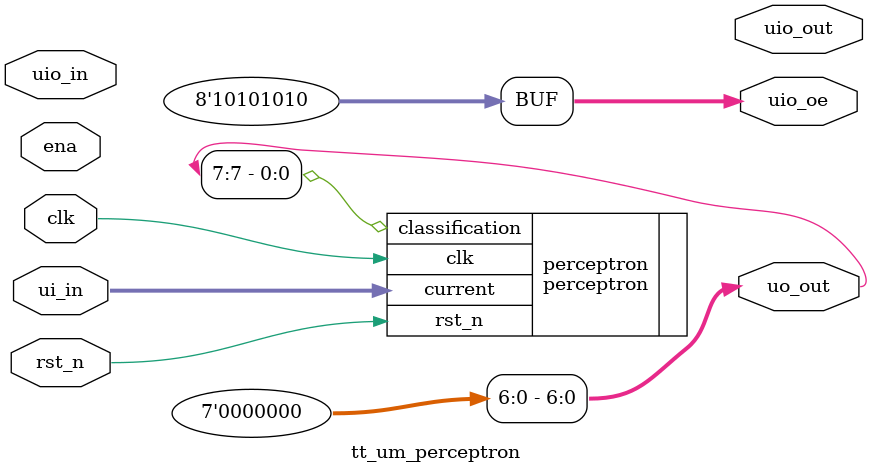
<source format=v>
`default_nettype none

module tt_um_perceptron #( parameter MAX_COUNT = 24'd10_000_000 ) (
    input  wire [7:0] ui_in,    // Dedicated inputs - connected to the input switches
    output wire [7:0] uo_out,   // Dedicated outputs - connected to the 7 segment display
    input  wire [7:0] uio_in,   // IOs: Bidirectional Input path
    output wire [7:0] uio_out,  // IOs: Bidirectional Output path
    output wire [7:0] uio_oe,   // IOs: Bidirectional Enable path (active high: 0=input, 1=output)
    input  wire       ena,      // will go high when the design is enabled
    input  wire       clk,      // clock
    input  wire       rst_n     // reset_n - low to reset
);

    // use bidirectionals as outputs
    assign uio_oe = 8'b10101010;

    // assigning the uo out unused bits to something
    assign uo_out[6:0] = 7'b0000000;

    // instantiate perceptron
    perceptron perceptron(.current(ui_in), .clk(clk), .rst_n(rst_n), .classification(uo_out[7]));

endmodule

</source>
